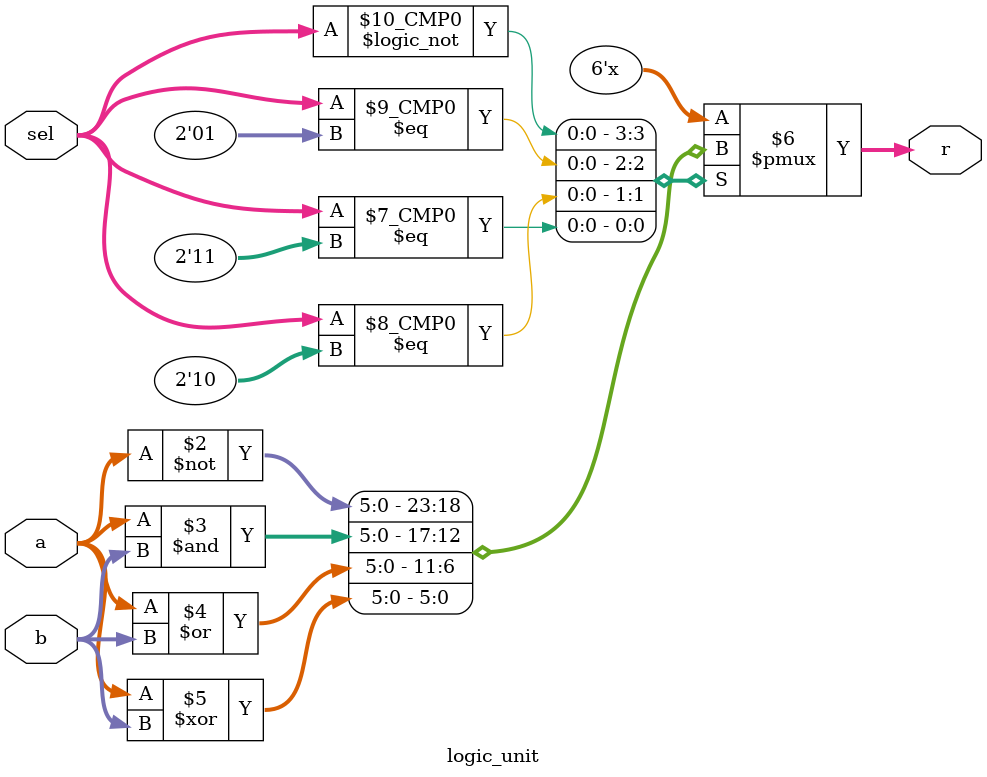
<source format=sv>
`timescale 1ns/1ps


module logic_unit(
    input   logic   [1:0]   sel,   
    input   logic   [5:0]   a,     
    input   logic   [5:0]   b,     
    output  logic   [5:0]   r      
);

    always_comb begin
        case (sel)
            2'b00: r = ~a;     // Bitwise NOT
            2'b01: r = a & b;  // Bitwise AND
            2'b10: r = a | b;  // Bitwise OR
            2'b11: r = a ^ b;  // Bitwise XOR
            default: r = 6'b000000; // Handle undefined cases
        endcase
    end
    
endmodule
</source>
